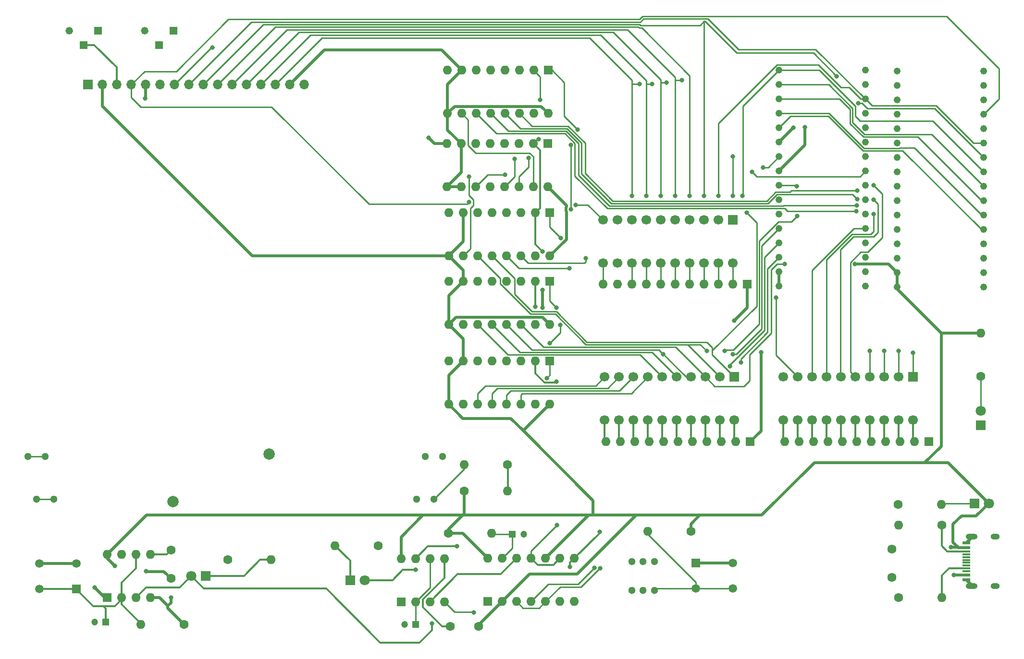
<source format=gtl>
%TF.GenerationSoftware,KiCad,Pcbnew,7.0.10*%
%TF.CreationDate,2024-03-06T21:26:23-08:00*%
%TF.ProjectId,cpu,6370752e-6b69-4636-9164-5f7063625858,1.0*%
%TF.SameCoordinates,Original*%
%TF.FileFunction,Copper,L1,Top*%
%TF.FilePolarity,Positive*%
%FSLAX46Y46*%
G04 Gerber Fmt 4.6, Leading zero omitted, Abs format (unit mm)*
G04 Created by KiCad (PCBNEW 7.0.10) date 2024-03-06 21:26:23*
%MOMM*%
%LPD*%
G01*
G04 APERTURE LIST*
%TA.AperFunction,ComponentPad*%
%ADD10C,1.300000*%
%TD*%
%TA.AperFunction,ComponentPad*%
%ADD11R,1.600000X1.600000*%
%TD*%
%TA.AperFunction,ComponentPad*%
%ADD12O,1.600000X1.600000*%
%TD*%
%TA.AperFunction,ComponentPad*%
%ADD13C,1.600000*%
%TD*%
%TA.AperFunction,ComponentPad*%
%ADD14C,1.320800*%
%TD*%
%TA.AperFunction,ComponentPad*%
%ADD15R,1.320800X1.320800*%
%TD*%
%TA.AperFunction,ComponentPad*%
%ADD16C,1.244600*%
%TD*%
%TA.AperFunction,ComponentPad*%
%ADD17R,1.700000X1.700000*%
%TD*%
%TA.AperFunction,ComponentPad*%
%ADD18C,1.700000*%
%TD*%
%TA.AperFunction,ComponentPad*%
%ADD19R,1.800000X1.800000*%
%TD*%
%TA.AperFunction,ComponentPad*%
%ADD20C,1.800000*%
%TD*%
%TA.AperFunction,ComponentPad*%
%ADD21R,1.200000X1.200000*%
%TD*%
%TA.AperFunction,ComponentPad*%
%ADD22C,1.200000*%
%TD*%
%TA.AperFunction,ComponentPad*%
%ADD23R,1.508000X1.508000*%
%TD*%
%TA.AperFunction,ComponentPad*%
%ADD24C,1.508000*%
%TD*%
%TA.AperFunction,ComponentPad*%
%ADD25O,1.700000X1.700000*%
%TD*%
%TA.AperFunction,SMDPad,CuDef*%
%ADD26R,1.450000X0.600000*%
%TD*%
%TA.AperFunction,SMDPad,CuDef*%
%ADD27R,1.450000X0.300000*%
%TD*%
%TA.AperFunction,ComponentPad*%
%ADD28O,2.100000X1.000000*%
%TD*%
%TA.AperFunction,ComponentPad*%
%ADD29O,1.600000X1.000000*%
%TD*%
%TA.AperFunction,ComponentPad*%
%ADD30C,2.000000*%
%TD*%
%TA.AperFunction,ViaPad*%
%ADD31C,0.800000*%
%TD*%
%TA.AperFunction,Conductor*%
%ADD32C,0.300000*%
%TD*%
%TA.AperFunction,Conductor*%
%ADD33C,0.500000*%
%TD*%
%TA.AperFunction,Conductor*%
%ADD34C,0.250000*%
%TD*%
G04 APERTURE END LIST*
D10*
%TO.P,SW1,1,NC_1*%
%TO.N,unconnected-(SW1-NC_1-Pad1)*%
X154390000Y-130430000D03*
%TO.P,SW1,2,COM_1*%
%TO.N,Net-(SW1-COM_1)*%
X156390000Y-130430000D03*
%TO.P,SW1,3,NO_1*%
%TO.N,Net-(SW1-NO_1)*%
X158390000Y-130430000D03*
%TO.P,SW1,4,NC_2*%
%TO.N,unconnected-(SW1-NC_2-Pad4)*%
X154390000Y-125430000D03*
%TO.P,SW1,5,COM_2*%
%TO.N,unconnected-(SW1-COM_2-Pad5)*%
X156390000Y-125430000D03*
%TO.P,SW1,6,NO_2*%
%TO.N,unconnected-(SW1-NO_2-Pad6)*%
X158390000Y-125430000D03*
%TD*%
D11*
%TO.P,U8,1,~{MR}*%
%TO.N,/Clock/~{RST}*%
X139954000Y-90043000D03*
D12*
%TO.P,U8,2,CP*%
%TO.N,/Clock/CLK*%
X137414000Y-90043000D03*
%TO.P,U8,3,D0*%
%TO.N,unconnected-(U8-D0-Pad3)*%
X134874000Y-90043000D03*
%TO.P,U8,4,D1*%
%TO.N,unconnected-(U8-D1-Pad4)*%
X132334000Y-90043000D03*
%TO.P,U8,5,D2*%
%TO.N,unconnected-(U8-D2-Pad5)*%
X129794000Y-90043000D03*
%TO.P,U8,6,D3*%
%TO.N,unconnected-(U8-D3-Pad6)*%
X127254000Y-90043000D03*
%TO.P,U8,7,CEP*%
%TO.N,+5V*%
X124714000Y-90043000D03*
%TO.P,U8,8,GND*%
%TO.N,GND*%
X122174000Y-90043000D03*
%TO.P,U8,9,~{PE}*%
%TO.N,+5V*%
X122174000Y-97663000D03*
%TO.P,U8,10,CET*%
%TO.N,Net-(U7-TC)*%
X124714000Y-97663000D03*
%TO.P,U8,11,Q3*%
%TO.N,Net-(U8-Q3)*%
X127254000Y-97663000D03*
%TO.P,U8,12,Q2*%
%TO.N,/Counter & Bar Graph/OUT_18*%
X129794000Y-97663000D03*
%TO.P,U8,13,Q1*%
%TO.N,/Counter & Bar Graph/OUT_17*%
X132334000Y-97663000D03*
%TO.P,U8,14,Q0*%
%TO.N,/Counter & Bar Graph/OUT_16*%
X134874000Y-97663000D03*
%TO.P,U8,15,TC*%
%TO.N,/Clock/HALT*%
X137414000Y-97663000D03*
%TO.P,U8,16,VCC*%
%TO.N,+5V*%
X139954000Y-97663000D03*
%TD*%
D13*
%TO.P,R5,1*%
%TO.N,Net-(U3-DIS)*%
X132486400Y-108254800D03*
D12*
%TO.P,R5,2*%
%TO.N,Net-(R5-Pad2)*%
X124866400Y-108254800D03*
%TD*%
D11*
%TO.P,U6,1,~{MR}*%
%TO.N,/Clock/~{RST}*%
X139954000Y-63881000D03*
D12*
%TO.P,U6,2,CP*%
%TO.N,/Clock/CLK*%
X137414000Y-63881000D03*
%TO.P,U6,3,D0*%
%TO.N,unconnected-(U6-D0-Pad3)*%
X134874000Y-63881000D03*
%TO.P,U6,4,D1*%
%TO.N,unconnected-(U6-D1-Pad4)*%
X132334000Y-63881000D03*
%TO.P,U6,5,D2*%
%TO.N,unconnected-(U6-D2-Pad5)*%
X129794000Y-63881000D03*
%TO.P,U6,6,D3*%
%TO.N,unconnected-(U6-D3-Pad6)*%
X127254000Y-63881000D03*
%TO.P,U6,7,CEP*%
%TO.N,+5V*%
X124714000Y-63881000D03*
%TO.P,U6,8,GND*%
%TO.N,GND*%
X122174000Y-63881000D03*
%TO.P,U6,9,~{PE}*%
%TO.N,+5V*%
X122174000Y-71501000D03*
%TO.P,U6,10,CET*%
%TO.N,Net-(U4-TC)*%
X124714000Y-71501000D03*
%TO.P,U6,11,Q3*%
%TO.N,/Counter & Bar Graph/OUT_11*%
X127254000Y-71501000D03*
%TO.P,U6,12,Q2*%
%TO.N,/Counter & Bar Graph/OUT_10*%
X129794000Y-71501000D03*
%TO.P,U6,13,Q1*%
%TO.N,/Counter & Bar Graph/OUT_09*%
X132334000Y-71501000D03*
%TO.P,U6,14,Q0*%
%TO.N,/Counter & Bar Graph/OUT_08*%
X134874000Y-71501000D03*
%TO.P,U6,15,TC*%
%TO.N,Net-(U6-TC)*%
X137414000Y-71501000D03*
%TO.P,U6,16,VCC*%
%TO.N,+5V*%
X139954000Y-71501000D03*
%TD*%
D13*
%TO.P,R3,1*%
%TO.N,+5V*%
X164840000Y-120050000D03*
D12*
%TO.P,R3,2*%
%TO.N,Net-(SW1-NO_1)*%
X157220000Y-120050000D03*
%TD*%
D14*
%TO.P,RV2,1,1*%
%TO.N,unconnected-(RV2-Pad1)*%
X55245000Y-31750000D03*
D15*
%TO.P,RV2,2,2*%
%TO.N,/LCD Display & Logic/V0*%
X57785000Y-34290000D03*
%TO.P,RV2,3,3*%
%TO.N,GND*%
X60325000Y-31750000D03*
%TD*%
D13*
%TO.P,R8,1*%
%TO.N,+5V*%
X122080000Y-120430000D03*
D12*
%TO.P,R8,2*%
%TO.N,Net-(C5-Pad1)*%
X129700000Y-120430000D03*
%TD*%
D16*
%TO.P,U10,1,A18*%
%TO.N,GND*%
X216408000Y-76962000D03*
%TO.P,U10,2,A16*%
X216408000Y-74422000D03*
%TO.P,U10,3,A15*%
X216408000Y-71882000D03*
%TO.P,U10,4,A12*%
X216408000Y-69342000D03*
%TO.P,U10,5,A7*%
%TO.N,/LCD Display & Logic/D7*%
X216408000Y-66802000D03*
%TO.P,U10,6,A6*%
%TO.N,/LCD Display & Logic/D6*%
X216408000Y-64262000D03*
%TO.P,U10,7,A5*%
%TO.N,/LCD Display & Logic/D5*%
X216408000Y-61722000D03*
%TO.P,U10,8,A4*%
%TO.N,/LCD Display & Logic/D4*%
X216408000Y-59182000D03*
%TO.P,U10,9,A3*%
%TO.N,/LCD Display & Logic/D3*%
X216408000Y-56642000D03*
%TO.P,U10,10,A2*%
%TO.N,/LCD Display & Logic/D2*%
X216408000Y-54102000D03*
%TO.P,U10,11,A1*%
%TO.N,/LCD Display & Logic/D1*%
X216408000Y-51562000D03*
%TO.P,U10,12,A0*%
%TO.N,/LCD Display & Logic/D0*%
X216408000Y-49022000D03*
%TO.P,U10,13,DQ0*%
%TO.N,/LCD Display & Logic/RS*%
X216408000Y-46482000D03*
%TO.P,U10,14,DQ1*%
%TO.N,unconnected-(U10-DQ1-Pad14)*%
X216408000Y-43942000D03*
%TO.P,U10,15,DQ2*%
%TO.N,unconnected-(U10-DQ2-Pad15)*%
X216408000Y-41402000D03*
%TO.P,U10,16,VSS*%
%TO.N,GND*%
X216408000Y-38862000D03*
%TO.P,U10,17,DQ3*%
%TO.N,unconnected-(U10-DQ3-Pad17)*%
X201168000Y-38862000D03*
%TO.P,U10,18,DQ4*%
%TO.N,unconnected-(U10-DQ4-Pad18)*%
X201168000Y-41402000D03*
%TO.P,U10,19,DQ5*%
%TO.N,unconnected-(U10-DQ5-Pad19)*%
X201168000Y-43942000D03*
%TO.P,U10,20,DQ6*%
%TO.N,unconnected-(U10-DQ6-Pad20)*%
X201168000Y-46482000D03*
%TO.P,U10,21,DQ7*%
%TO.N,unconnected-(U10-DQ7-Pad21)*%
X201168000Y-49022000D03*
%TO.P,U10,22,\u002ACE*%
%TO.N,GND*%
X201168000Y-51562000D03*
%TO.P,U10,23,A10*%
X201168000Y-54102000D03*
%TO.P,U10,24,\u002AOE*%
X201168000Y-56642000D03*
%TO.P,U10,25,A11*%
X201168000Y-59182000D03*
%TO.P,U10,26,A9*%
X201168000Y-61722000D03*
%TO.P,U10,27,A8*%
X201168000Y-64262000D03*
%TO.P,U10,28,A13*%
X201168000Y-66802000D03*
%TO.P,U10,29,A14*%
X201168000Y-69342000D03*
%TO.P,U10,30,A17*%
X201168000Y-71882000D03*
%TO.P,U10,31,\u002AWE*%
%TO.N,+5V*%
X201168000Y-74422000D03*
%TO.P,U10,32,VDD*%
X201168000Y-76962000D03*
%TD*%
D13*
%TO.P,R2,1*%
%TO.N,GND*%
X83185000Y-125095000D03*
D12*
%TO.P,R2,2*%
%TO.N,Net-(D1-K)*%
X90805000Y-125095000D03*
%TD*%
D11*
%TO.P,RN3,1,common*%
%TO.N,GND*%
X174752000Y-76454000D03*
D12*
%TO.P,RN3,2,R1*%
%TO.N,Net-(RN3-R1)*%
X172212000Y-76454000D03*
%TO.P,RN3,3,R2*%
%TO.N,Net-(RN3-R2)*%
X169672000Y-76454000D03*
%TO.P,RN3,4,R3*%
%TO.N,Net-(RN3-R3)*%
X167132000Y-76454000D03*
%TO.P,RN3,5,R4*%
%TO.N,Net-(RN3-R4)*%
X164592000Y-76454000D03*
%TO.P,RN3,6,R5*%
%TO.N,Net-(RN3-R5)*%
X162052000Y-76454000D03*
%TO.P,RN3,7,R6*%
%TO.N,Net-(RN3-R6)*%
X159512000Y-76454000D03*
%TO.P,RN3,8,R7*%
%TO.N,Net-(RN3-R7)*%
X156972000Y-76454000D03*
%TO.P,RN3,9,R8*%
%TO.N,Net-(RN3-R8)*%
X154432000Y-76454000D03*
%TO.P,RN3,10,R9*%
%TO.N,unconnected-(RN3-R9-Pad10)*%
X151892000Y-76454000D03*
%TO.P,RN3,11,R10*%
%TO.N,Net-(RN3-R10)*%
X149352000Y-76454000D03*
%TD*%
D11*
%TO.P,U2,1*%
%TO.N,Net-(D1-A)*%
X129032000Y-132461000D03*
D12*
%TO.P,U2,2*%
%TO.N,+5V*%
X131572000Y-132461000D03*
%TO.P,U2,3*%
%TO.N,/Clock/~{RST}*%
X134112000Y-132461000D03*
%TO.P,U2,4*%
%TO.N,/Clock/HALT*%
X136652000Y-132461000D03*
%TO.P,U2,5*%
%TO.N,/Clock/~{RST}*%
X139192000Y-132461000D03*
%TO.P,U2,6*%
%TO.N,Net-(D2-K)*%
X141732000Y-132461000D03*
%TO.P,U2,7,GND*%
%TO.N,GND*%
X144272000Y-132461000D03*
%TO.P,U2,8*%
%TO.N,/Clock/CLK*%
X144272000Y-124841000D03*
%TO.P,U2,9*%
%TO.N,/Clock/~{CLK}*%
X141732000Y-124841000D03*
%TO.P,U2,10*%
%TO.N,+5V*%
X139192000Y-124841000D03*
%TO.P,U2,11*%
%TO.N,/Clock/~{CLK}*%
X136652000Y-124841000D03*
%TO.P,U2,12*%
%TO.N,Net-(U3-Q)*%
X134112000Y-124841000D03*
%TO.P,U2,13*%
%TO.N,Net-(C5-Pad1)*%
X131572000Y-124841000D03*
%TO.P,U2,14,VCC*%
%TO.N,+5V*%
X129032000Y-124841000D03*
%TD*%
D17*
%TO.P,D4,1*%
%TO.N,/Counter & Bar Graph/OUT_10*%
X172466000Y-92837000D03*
D18*
%TO.P,D4,2*%
%TO.N,/Counter & Bar Graph/OUT_11*%
X169926000Y-92837000D03*
%TO.P,D4,3*%
%TO.N,/Counter & Bar Graph/OUT_12*%
X167386000Y-92837000D03*
%TO.P,D4,4*%
%TO.N,/Counter & Bar Graph/OUT_13*%
X164846000Y-92837000D03*
%TO.P,D4,5*%
%TO.N,/Counter & Bar Graph/OUT_14*%
X162306000Y-92837000D03*
%TO.P,D4,6*%
%TO.N,/Counter & Bar Graph/OUT_15*%
X159766000Y-92837000D03*
%TO.P,D4,7*%
%TO.N,/Counter & Bar Graph/OUT_16*%
X157226000Y-92837000D03*
%TO.P,D4,8*%
%TO.N,/Counter & Bar Graph/OUT_17*%
X154686000Y-92837000D03*
%TO.P,D4,9*%
%TO.N,/Counter & Bar Graph/OUT_18*%
X152146000Y-92837000D03*
%TO.P,D4,10*%
%TO.N,Net-(U8-Q3)*%
X149606000Y-92837000D03*
%TO.P,D4,11*%
%TO.N,Net-(RN1-R10)*%
X149606000Y-100457000D03*
%TO.P,D4,12*%
%TO.N,Net-(RN1-R9)*%
X152146000Y-100457000D03*
%TO.P,D4,13*%
%TO.N,Net-(RN1-R8)*%
X154686000Y-100457000D03*
%TO.P,D4,14*%
%TO.N,Net-(RN1-R7)*%
X157226000Y-100457000D03*
%TO.P,D4,15*%
%TO.N,Net-(RN1-R6)*%
X159766000Y-100457000D03*
%TO.P,D4,16*%
%TO.N,Net-(RN1-R5)*%
X162306000Y-100457000D03*
%TO.P,D4,17*%
%TO.N,Net-(RN1-R4)*%
X164846000Y-100457000D03*
%TO.P,D4,18*%
%TO.N,Net-(RN1-R3)*%
X167386000Y-100457000D03*
%TO.P,D4,19*%
%TO.N,Net-(RN1-R2)*%
X169926000Y-100457000D03*
%TO.P,D4,20*%
%TO.N,Net-(RN1-R1)*%
X172466000Y-100457000D03*
%TD*%
D13*
%TO.P,R10,1*%
%TO.N,Net-(J2-PadB5)*%
X209000000Y-118930000D03*
D12*
%TO.P,R10,2*%
%TO.N,GND*%
X201380000Y-118930000D03*
%TD*%
D19*
%TO.P,D1,1,K*%
%TO.N,Net-(D1-K)*%
X79300000Y-127935000D03*
D20*
%TO.P,D1,2,A*%
%TO.N,Net-(D1-A)*%
X76760000Y-127935000D03*
%TD*%
D11*
%TO.P,U4,1,~{MR}*%
%TO.N,/Clock/~{RST}*%
X139700000Y-38735000D03*
D12*
%TO.P,U4,2,CP*%
%TO.N,/Clock/CLK*%
X137160000Y-38735000D03*
%TO.P,U4,3,D0*%
%TO.N,unconnected-(U4-D0-Pad3)*%
X134620000Y-38735000D03*
%TO.P,U4,4,D1*%
%TO.N,unconnected-(U4-D1-Pad4)*%
X132080000Y-38735000D03*
%TO.P,U4,5,D2*%
%TO.N,unconnected-(U4-D2-Pad5)*%
X129540000Y-38735000D03*
%TO.P,U4,6,D3*%
%TO.N,unconnected-(U4-D3-Pad6)*%
X127000000Y-38735000D03*
%TO.P,U4,7,CEP*%
%TO.N,+5V*%
X124460000Y-38735000D03*
%TO.P,U4,8,GND*%
%TO.N,GND*%
X121920000Y-38735000D03*
%TO.P,U4,9,~{PE}*%
%TO.N,+5V*%
X121920000Y-46355000D03*
%TO.P,U4,10,CET*%
%TO.N,Net-(U4-CET)*%
X124460000Y-46355000D03*
%TO.P,U4,11,Q3*%
%TO.N,/Counter & Bar Graph/OUT_07*%
X127000000Y-46355000D03*
%TO.P,U4,12,Q2*%
%TO.N,/Counter & Bar Graph/OUT_06*%
X129540000Y-46355000D03*
%TO.P,U4,13,Q1*%
%TO.N,/Counter & Bar Graph/OUT_05*%
X132080000Y-46355000D03*
%TO.P,U4,14,Q0*%
%TO.N,/Counter & Bar Graph/OUT_04*%
X134620000Y-46355000D03*
%TO.P,U4,15,TC*%
%TO.N,Net-(U4-TC)*%
X137160000Y-46355000D03*
%TO.P,U4,16,VCC*%
%TO.N,+5V*%
X139700000Y-46355000D03*
%TD*%
D19*
%TO.P,D2,1,K*%
%TO.N,Net-(D2-K)*%
X215900000Y-101351000D03*
D20*
%TO.P,D2,2,A*%
%TO.N,Net-(D2-A)*%
X215900000Y-98811000D03*
%TD*%
D13*
%TO.P,R11,1*%
%TO.N,GND*%
X201450000Y-131720000D03*
D12*
%TO.P,R11,2*%
%TO.N,Net-(J2-PadA5)*%
X209070000Y-131720000D03*
%TD*%
D11*
%TO.P,U1,1,GND*%
%TO.N,GND*%
X61976000Y-131735000D03*
D12*
%TO.P,U1,2,TR*%
%TO.N,Net-(U1-THR)*%
X64516000Y-131735000D03*
%TO.P,U1,3,Q*%
%TO.N,Net-(D1-A)*%
X67056000Y-131735000D03*
%TO.P,U1,4,R*%
%TO.N,+5V*%
X69596000Y-131735000D03*
%TO.P,U1,5,CV*%
%TO.N,Net-(U1-CV)*%
X69596000Y-124115000D03*
%TO.P,U1,6,THR*%
%TO.N,Net-(U1-THR)*%
X67056000Y-124115000D03*
%TO.P,U1,7,DIS*%
%TO.N,unconnected-(U1-DIS-Pad7)*%
X64516000Y-124115000D03*
%TO.P,U1,8,VCC*%
%TO.N,+5V*%
X61976000Y-124115000D03*
%TD*%
D13*
%TO.P,R7,1*%
%TO.N,Net-(D2-A)*%
X215900000Y-92710000D03*
D12*
%TO.P,R7,2*%
%TO.N,+5V*%
X215900000Y-85090000D03*
%TD*%
D11*
%TO.P,U7,1,~{MR}*%
%TO.N,/Clock/~{RST}*%
X139954000Y-75946000D03*
D12*
%TO.P,U7,2,CP*%
%TO.N,/Clock/CLK*%
X137414000Y-75946000D03*
%TO.P,U7,3,D0*%
%TO.N,unconnected-(U7-D0-Pad3)*%
X134874000Y-75946000D03*
%TO.P,U7,4,D1*%
%TO.N,unconnected-(U7-D1-Pad4)*%
X132334000Y-75946000D03*
%TO.P,U7,5,D2*%
%TO.N,unconnected-(U7-D2-Pad5)*%
X129794000Y-75946000D03*
%TO.P,U7,6,D3*%
%TO.N,unconnected-(U7-D3-Pad6)*%
X127254000Y-75946000D03*
%TO.P,U7,7,CEP*%
%TO.N,+5V*%
X124714000Y-75946000D03*
%TO.P,U7,8,GND*%
%TO.N,GND*%
X122174000Y-75946000D03*
%TO.P,U7,9,~{PE}*%
%TO.N,+5V*%
X122174000Y-83566000D03*
%TO.P,U7,10,CET*%
%TO.N,Net-(U6-TC)*%
X124714000Y-83566000D03*
%TO.P,U7,11,Q3*%
%TO.N,/Counter & Bar Graph/OUT_15*%
X127254000Y-83566000D03*
%TO.P,U7,12,Q2*%
%TO.N,/Counter & Bar Graph/OUT_14*%
X129794000Y-83566000D03*
%TO.P,U7,13,Q1*%
%TO.N,/Counter & Bar Graph/OUT_13*%
X132334000Y-83566000D03*
%TO.P,U7,14,Q0*%
%TO.N,/Counter & Bar Graph/OUT_12*%
X134874000Y-83566000D03*
%TO.P,U7,15,TC*%
%TO.N,Net-(U7-TC)*%
X137414000Y-83566000D03*
%TO.P,U7,16,VCC*%
%TO.N,+5V*%
X139954000Y-83566000D03*
%TD*%
D11*
%TO.P,RN2,1,common*%
%TO.N,GND*%
X206742000Y-104267000D03*
D12*
%TO.P,RN2,2,R1*%
%TO.N,Net-(RN2-R1)*%
X204202000Y-104267000D03*
%TO.P,RN2,3,R2*%
%TO.N,Net-(RN2-R2)*%
X201662000Y-104267000D03*
%TO.P,RN2,4,R3*%
%TO.N,Net-(RN2-R3)*%
X199122000Y-104267000D03*
%TO.P,RN2,5,R4*%
%TO.N,Net-(RN2-R4)*%
X196582000Y-104267000D03*
%TO.P,RN2,6,R5*%
%TO.N,Net-(RN2-R5)*%
X194042000Y-104267000D03*
%TO.P,RN2,7,R6*%
%TO.N,Net-(RN2-R6)*%
X191502000Y-104267000D03*
%TO.P,RN2,8,R7*%
%TO.N,Net-(RN2-R7)*%
X188962000Y-104267000D03*
%TO.P,RN2,9,R8*%
%TO.N,Net-(RN2-R8)*%
X186422000Y-104267000D03*
%TO.P,RN2,10,R9*%
%TO.N,Net-(RN2-R9)*%
X183882000Y-104267000D03*
%TO.P,RN2,11,R10*%
%TO.N,Net-(RN2-R10)*%
X181342000Y-104267000D03*
%TD*%
D21*
%TO.P,C3,1*%
%TO.N,Net-(SW1-COM_1)*%
X116332000Y-136525000D03*
D22*
%TO.P,C3,2*%
%TO.N,GND*%
X114332000Y-136525000D03*
%TD*%
D13*
%TO.P,R1,1*%
%TO.N,+5V*%
X75490000Y-136480000D03*
D12*
%TO.P,R1,2*%
%TO.N,Net-(U1-THR)*%
X67870000Y-136480000D03*
%TD*%
D23*
%TO.P,S1,1*%
%TO.N,Net-(U1-THR)*%
X56550000Y-130230000D03*
D24*
%TO.P,S1,2*%
X50050000Y-130230000D03*
%TO.P,S1,3*%
%TO.N,GND*%
X56550000Y-125730000D03*
%TO.P,S1,4*%
X50050000Y-125730000D03*
%TD*%
D17*
%TO.P,D5,1*%
%TO.N,/Counter & Bar Graph/OUT_00*%
X203962000Y-92837000D03*
D18*
%TO.P,D5,2*%
%TO.N,/Counter & Bar Graph/OUT_01*%
X201422000Y-92837000D03*
%TO.P,D5,3*%
%TO.N,/Counter & Bar Graph/OUT_02*%
X198882000Y-92837000D03*
%TO.P,D5,4*%
%TO.N,/Counter & Bar Graph/OUT_03*%
X196342000Y-92837000D03*
%TO.P,D5,5*%
%TO.N,/Counter & Bar Graph/OUT_04*%
X193802000Y-92837000D03*
%TO.P,D5,6*%
%TO.N,/Counter & Bar Graph/OUT_05*%
X191262000Y-92837000D03*
%TO.P,D5,7*%
%TO.N,/Counter & Bar Graph/OUT_06*%
X188722000Y-92837000D03*
%TO.P,D5,8*%
%TO.N,/Counter & Bar Graph/OUT_07*%
X186182000Y-92837000D03*
%TO.P,D5,9*%
%TO.N,/Counter & Bar Graph/OUT_08*%
X183642000Y-92837000D03*
%TO.P,D5,10*%
%TO.N,/Counter & Bar Graph/OUT_09*%
X181102000Y-92837000D03*
%TO.P,D5,11*%
%TO.N,Net-(RN2-R10)*%
X181102000Y-100457000D03*
%TO.P,D5,12*%
%TO.N,Net-(RN2-R9)*%
X183642000Y-100457000D03*
%TO.P,D5,13*%
%TO.N,Net-(RN2-R8)*%
X186182000Y-100457000D03*
%TO.P,D5,14*%
%TO.N,Net-(RN2-R7)*%
X188722000Y-100457000D03*
%TO.P,D5,15*%
%TO.N,Net-(RN2-R6)*%
X191262000Y-100457000D03*
%TO.P,D5,16*%
%TO.N,Net-(RN2-R5)*%
X193802000Y-100457000D03*
%TO.P,D5,17*%
%TO.N,Net-(RN2-R4)*%
X196342000Y-100457000D03*
%TO.P,D5,18*%
%TO.N,Net-(RN2-R3)*%
X198882000Y-100457000D03*
%TO.P,D5,19*%
%TO.N,Net-(RN2-R2)*%
X201422000Y-100457000D03*
%TO.P,D5,20*%
%TO.N,Net-(RN2-R1)*%
X203962000Y-100457000D03*
%TD*%
D13*
%TO.P,C2,1*%
%TO.N,Net-(U1-CV)*%
X73210000Y-123380000D03*
%TO.P,C2,2*%
%TO.N,+5V*%
X73210000Y-128380000D03*
%TD*%
%TO.P,R6,1*%
%TO.N,GND*%
X201360000Y-115290000D03*
D12*
%TO.P,R6,2*%
%TO.N,Net-(D7-K)*%
X208980000Y-115290000D03*
%TD*%
D13*
%TO.P,R4,1*%
%TO.N,+5V*%
X124870000Y-112950000D03*
D12*
%TO.P,R4,2*%
%TO.N,Net-(U3-DIS)*%
X132490000Y-112950000D03*
%TD*%
D13*
%TO.P,R9,1*%
%TO.N,GND*%
X109733000Y-122565000D03*
D12*
%TO.P,R9,2*%
%TO.N,Net-(D3-K)*%
X102113000Y-122565000D03*
%TD*%
D17*
%TO.P,J1,1,Pin_1*%
%TO.N,GND*%
X58547000Y-41275000D03*
D25*
%TO.P,J1,2,Pin_2*%
%TO.N,+5V*%
X61087000Y-41275000D03*
%TO.P,J1,3,Pin_3*%
%TO.N,/LCD Display & Logic/V0*%
X63627000Y-41275000D03*
%TO.P,J1,4,Pin_4*%
%TO.N,/LCD Display & Logic/RS*%
X66167000Y-41275000D03*
%TO.P,J1,5,Pin_5*%
%TO.N,GND*%
X68707000Y-41275000D03*
%TO.P,J1,6,Pin_6*%
%TO.N,/Clock/~{CLK}*%
X71247000Y-41275000D03*
%TO.P,J1,7,Pin_7*%
%TO.N,/LCD Display & Logic/D0*%
X73787000Y-41275000D03*
%TO.P,J1,8,Pin_8*%
%TO.N,/LCD Display & Logic/D1*%
X76327000Y-41275000D03*
%TO.P,J1,9,Pin_9*%
%TO.N,/LCD Display & Logic/D2*%
X78867000Y-41275000D03*
%TO.P,J1,10,Pin_10*%
%TO.N,/LCD Display & Logic/D3*%
X81407000Y-41275000D03*
%TO.P,J1,11,Pin_11*%
%TO.N,/LCD Display & Logic/D4*%
X83947000Y-41275000D03*
%TO.P,J1,12,Pin_12*%
%TO.N,/LCD Display & Logic/D5*%
X86487000Y-41275000D03*
%TO.P,J1,13,Pin_13*%
%TO.N,/LCD Display & Logic/D6*%
X89027000Y-41275000D03*
%TO.P,J1,14,Pin_14*%
%TO.N,/LCD Display & Logic/D7*%
X91567000Y-41275000D03*
%TO.P,J1,15,Pin_15*%
%TO.N,+5V*%
X94107000Y-41275000D03*
%TO.P,J1,16,Pin_16*%
%TO.N,/LCD Display & Logic/BLK*%
X96647000Y-41275000D03*
%TD*%
D13*
%TO.P,C6,1*%
%TO.N,+5V*%
X200253600Y-123190000D03*
%TO.P,C6,2*%
%TO.N,GND*%
X200253600Y-128190000D03*
%TD*%
D19*
%TO.P,D3,1,K*%
%TO.N,Net-(D3-K)*%
X104775000Y-128661000D03*
D20*
%TO.P,D3,2,A*%
%TO.N,/Clock/CLK*%
X107315000Y-128661000D03*
%TD*%
D14*
%TO.P,RV3,1,1*%
%TO.N,unconnected-(RV3-Pad1)*%
X68580000Y-31714616D03*
D15*
%TO.P,RV3,2,2*%
%TO.N,/LCD Display & Logic/BLK*%
X71120000Y-34254616D03*
%TO.P,RV3,3,3*%
%TO.N,GND*%
X73660000Y-31714616D03*
%TD*%
D13*
%TO.P,C4,1*%
%TO.N,Net-(U3-CV)*%
X122440000Y-136840000D03*
%TO.P,C4,2*%
%TO.N,+5V*%
X127440000Y-136840000D03*
%TD*%
D19*
%TO.P,D7,1,K*%
%TO.N,Net-(D7-K)*%
X214765600Y-115114400D03*
D20*
%TO.P,D7,2,A*%
%TO.N,+5V*%
X217305600Y-115114400D03*
%TD*%
D11*
%TO.P,RN1,1,common*%
%TO.N,GND*%
X175260000Y-104267000D03*
D12*
%TO.P,RN1,2,R1*%
%TO.N,Net-(RN1-R1)*%
X172720000Y-104267000D03*
%TO.P,RN1,3,R2*%
%TO.N,Net-(RN1-R2)*%
X170180000Y-104267000D03*
%TO.P,RN1,4,R3*%
%TO.N,Net-(RN1-R3)*%
X167640000Y-104267000D03*
%TO.P,RN1,5,R4*%
%TO.N,Net-(RN1-R4)*%
X165100000Y-104267000D03*
%TO.P,RN1,6,R5*%
%TO.N,Net-(RN1-R5)*%
X162560000Y-104267000D03*
%TO.P,RN1,7,R6*%
%TO.N,Net-(RN1-R6)*%
X160020000Y-104267000D03*
%TO.P,RN1,8,R7*%
%TO.N,Net-(RN1-R7)*%
X157480000Y-104267000D03*
%TO.P,RN1,9,R8*%
%TO.N,Net-(RN1-R8)*%
X154940000Y-104267000D03*
%TO.P,RN1,10,R9*%
%TO.N,Net-(RN1-R9)*%
X152400000Y-104267000D03*
%TO.P,RN1,11,R10*%
%TO.N,Net-(RN1-R10)*%
X149860000Y-104267000D03*
%TD*%
D21*
%TO.P,C5,1*%
%TO.N,Net-(C5-Pad1)*%
X133355000Y-120533000D03*
D22*
%TO.P,C5,2*%
%TO.N,GND*%
X135355000Y-120533000D03*
%TD*%
D11*
%TO.P,U3,1,GND*%
%TO.N,GND*%
X113745000Y-132471000D03*
D12*
%TO.P,U3,2,TR*%
%TO.N,Net-(SW1-COM_1)*%
X116285000Y-132471000D03*
%TO.P,U3,3,Q*%
%TO.N,Net-(U3-Q)*%
X118825000Y-132471000D03*
%TO.P,U3,4,R*%
%TO.N,Net-(D2-K)*%
X121365000Y-132471000D03*
%TO.P,U3,5,CV*%
%TO.N,Net-(U3-CV)*%
X121365000Y-124851000D03*
%TO.P,U3,6,THR*%
%TO.N,Net-(SW1-COM_1)*%
X118825000Y-124851000D03*
%TO.P,U3,7,DIS*%
%TO.N,Net-(U3-DIS)*%
X116285000Y-124851000D03*
%TO.P,U3,8,VCC*%
%TO.N,+5V*%
X113745000Y-124851000D03*
%TD*%
D17*
%TO.P,D6,1*%
%TO.N,/LCD Display & Logic/D0*%
X172212000Y-65151000D03*
D18*
%TO.P,D6,2*%
%TO.N,/LCD Display & Logic/D1*%
X169672000Y-65151000D03*
%TO.P,D6,3*%
%TO.N,/LCD Display & Logic/D2*%
X167132000Y-65151000D03*
%TO.P,D6,4*%
%TO.N,/LCD Display & Logic/D3*%
X164592000Y-65151000D03*
%TO.P,D6,5*%
%TO.N,/LCD Display & Logic/D4*%
X162052000Y-65151000D03*
%TO.P,D6,6*%
%TO.N,/LCD Display & Logic/D5*%
X159512000Y-65151000D03*
%TO.P,D6,7*%
%TO.N,/LCD Display & Logic/D6*%
X156972000Y-65151000D03*
%TO.P,D6,8*%
%TO.N,/LCD Display & Logic/D7*%
X154432000Y-65151000D03*
%TO.P,D6,9*%
%TO.N,unconnected-(D6-Pad9)*%
X151892000Y-65151000D03*
%TO.P,D6,10*%
%TO.N,/LCD Display & Logic/RS*%
X149352000Y-65151000D03*
%TO.P,D6,11*%
%TO.N,Net-(RN3-R10)*%
X149352000Y-72771000D03*
%TO.P,D6,12*%
%TO.N,unconnected-(D6-Pad12)*%
X151892000Y-72771000D03*
%TO.P,D6,13*%
%TO.N,Net-(RN3-R8)*%
X154432000Y-72771000D03*
%TO.P,D6,14*%
%TO.N,Net-(RN3-R7)*%
X156972000Y-72771000D03*
%TO.P,D6,15*%
%TO.N,Net-(RN3-R6)*%
X159512000Y-72771000D03*
%TO.P,D6,16*%
%TO.N,Net-(RN3-R5)*%
X162052000Y-72771000D03*
%TO.P,D6,17*%
%TO.N,Net-(RN3-R4)*%
X164592000Y-72771000D03*
%TO.P,D6,18*%
%TO.N,Net-(RN3-R3)*%
X167132000Y-72771000D03*
%TO.P,D6,19*%
%TO.N,Net-(RN3-R2)*%
X169672000Y-72771000D03*
%TO.P,D6,20*%
%TO.N,Net-(RN3-R1)*%
X172212000Y-72771000D03*
%TD*%
D23*
%TO.P,S2,1*%
%TO.N,GND*%
X165670000Y-125650000D03*
D24*
%TO.P,S2,2*%
X172170000Y-125650000D03*
%TO.P,S2,3*%
%TO.N,Net-(SW1-NO_1)*%
X165670000Y-130150000D03*
%TO.P,S2,4*%
X172170000Y-130150000D03*
%TD*%
D16*
%TO.P,U9,1,A18*%
%TO.N,/Counter & Bar Graph/OUT_18*%
X195580000Y-76835000D03*
%TO.P,U9,2,A16*%
%TO.N,/Counter & Bar Graph/OUT_16*%
X195580000Y-74295000D03*
%TO.P,U9,3,A15*%
%TO.N,/Counter & Bar Graph/OUT_15*%
X195580000Y-71755000D03*
%TO.P,U9,4,A12*%
%TO.N,/Counter & Bar Graph/OUT_12*%
X195580000Y-69215000D03*
%TO.P,U9,5,A7*%
%TO.N,/Counter & Bar Graph/OUT_07*%
X195580000Y-66675000D03*
%TO.P,U9,6,A6*%
%TO.N,/Counter & Bar Graph/OUT_06*%
X195580000Y-64135000D03*
%TO.P,U9,7,A5*%
%TO.N,/Counter & Bar Graph/OUT_05*%
X195580000Y-61595000D03*
%TO.P,U9,8,A4*%
%TO.N,/Counter & Bar Graph/OUT_04*%
X195580000Y-59055000D03*
%TO.P,U9,9,A3*%
%TO.N,/Counter & Bar Graph/OUT_03*%
X195580000Y-56515000D03*
%TO.P,U9,10,A2*%
%TO.N,/Counter & Bar Graph/OUT_02*%
X195580000Y-53975000D03*
%TO.P,U9,11,A1*%
%TO.N,/Counter & Bar Graph/OUT_01*%
X195580000Y-51435000D03*
%TO.P,U9,12,A0*%
%TO.N,/Counter & Bar Graph/OUT_00*%
X195580000Y-48895000D03*
%TO.P,U9,13,DQ0*%
%TO.N,/LCD Display & Logic/D0*%
X195580000Y-46355000D03*
%TO.P,U9,14,DQ1*%
%TO.N,/LCD Display & Logic/D1*%
X195580000Y-43815000D03*
%TO.P,U9,15,DQ2*%
%TO.N,/LCD Display & Logic/D2*%
X195580000Y-41275000D03*
%TO.P,U9,16,VSS*%
%TO.N,GND*%
X195580000Y-38735000D03*
%TO.P,U9,17,DQ3*%
%TO.N,/LCD Display & Logic/D3*%
X180340000Y-38735000D03*
%TO.P,U9,18,DQ4*%
%TO.N,/LCD Display & Logic/D4*%
X180340000Y-41275000D03*
%TO.P,U9,19,DQ5*%
%TO.N,/LCD Display & Logic/D5*%
X180340000Y-43815000D03*
%TO.P,U9,20,DQ6*%
%TO.N,/LCD Display & Logic/D6*%
X180340000Y-46355000D03*
%TO.P,U9,21,DQ7*%
%TO.N,/LCD Display & Logic/D7*%
X180340000Y-48895000D03*
%TO.P,U9,22,\u002ACE*%
%TO.N,GND*%
X180340000Y-51435000D03*
%TO.P,U9,23,A10*%
%TO.N,/Counter & Bar Graph/OUT_10*%
X180340000Y-53975000D03*
%TO.P,U9,24,\u002AOE*%
%TO.N,GND*%
X180340000Y-56515000D03*
%TO.P,U9,25,A11*%
%TO.N,/Counter & Bar Graph/OUT_11*%
X180340000Y-59055000D03*
%TO.P,U9,26,A9*%
%TO.N,/Counter & Bar Graph/OUT_09*%
X180340000Y-61595000D03*
%TO.P,U9,27,A8*%
%TO.N,/Counter & Bar Graph/OUT_08*%
X180340000Y-64135000D03*
%TO.P,U9,28,A13*%
%TO.N,/Counter & Bar Graph/OUT_13*%
X180340000Y-66675000D03*
%TO.P,U9,29,A14*%
%TO.N,/Counter & Bar Graph/OUT_14*%
X180340000Y-69215000D03*
%TO.P,U9,30,A17*%
%TO.N,/Counter & Bar Graph/OUT_17*%
X180340000Y-71755000D03*
%TO.P,U9,31,\u002AWE*%
%TO.N,+5V*%
X180340000Y-74295000D03*
%TO.P,U9,32,VDD*%
X180340000Y-76835000D03*
%TD*%
D26*
%TO.P,J2,A1*%
%TO.N,GND*%
X213345000Y-128601000D03*
%TO.P,J2,A4*%
%TO.N,+5V*%
X213345000Y-127801000D03*
D27*
%TO.P,J2,A5*%
%TO.N,Net-(J2-PadA5)*%
X213345000Y-126601000D03*
%TO.P,J2,A6*%
%TO.N,unconnected-(J2-PadA6)*%
X213345000Y-125601000D03*
%TO.P,J2,A7*%
%TO.N,unconnected-(J2-PadA7)*%
X213345000Y-125101000D03*
%TO.P,J2,A8*%
%TO.N,unconnected-(J2-PadA8)*%
X213345000Y-124101000D03*
D26*
%TO.P,J2,A9*%
%TO.N,+5V*%
X213345000Y-122901000D03*
%TO.P,J2,A12*%
%TO.N,GND*%
X213345000Y-122101000D03*
%TO.P,J2,B1*%
X213345000Y-122101000D03*
%TO.P,J2,B4*%
%TO.N,+5V*%
X213345000Y-122901000D03*
D27*
%TO.P,J2,B5*%
%TO.N,Net-(J2-PadB5)*%
X213345000Y-123601000D03*
%TO.P,J2,B6*%
%TO.N,unconnected-(J2-PadB6)*%
X213345000Y-124601000D03*
%TO.P,J2,B7*%
%TO.N,unconnected-(J2-PadB7)*%
X213345000Y-126101000D03*
%TO.P,J2,B8*%
%TO.N,unconnected-(J2-PadB8)*%
X213345000Y-127101000D03*
D26*
%TO.P,J2,B9*%
%TO.N,+5V*%
X213345000Y-127801000D03*
%TO.P,J2,B12*%
%TO.N,GND*%
X213345000Y-128601000D03*
D28*
%TO.P,J2,S1*%
X214260000Y-129671000D03*
D29*
X218440000Y-129671000D03*
D28*
X214260000Y-121031000D03*
D29*
X218440000Y-121031000D03*
%TD*%
D10*
%TO.P,RV1,1,1*%
%TO.N,unconnected-(RV1-Pad1)*%
X121031000Y-106863000D03*
%TO.P,RV1,2,2*%
%TO.N,unconnected-(RV1-Pad2)*%
X118031000Y-106863000D03*
%TO.P,RV1,3,3*%
%TO.N,unconnected-(RV1-Pad3)*%
X48031000Y-106863000D03*
X51031000Y-106863000D03*
%TO.P,RV1,4,4*%
%TO.N,Net-(R5-Pad2)*%
X119531000Y-114363000D03*
%TO.P,RV1,5,5*%
%TO.N,Net-(SW1-COM_1)*%
X116531000Y-114363000D03*
%TO.P,RV1,6,6*%
%TO.N,unconnected-(RV1-Pad6)*%
X49531000Y-114363000D03*
X52531000Y-114363000D03*
D30*
%TO.P,RV1,MH*%
%TO.N,N/C*%
X73531000Y-114813000D03*
X90531000Y-106413000D03*
%TD*%
D21*
%TO.P,C1,1*%
%TO.N,Net-(U1-THR)*%
X61722000Y-136053000D03*
D22*
%TO.P,C1,2*%
%TO.N,GND*%
X59722000Y-136053000D03*
%TD*%
D11*
%TO.P,U5,1,~{MR}*%
%TO.N,/Clock/~{RST}*%
X139573000Y-51689000D03*
D12*
%TO.P,U5,2,CP*%
%TO.N,/Clock/CLK*%
X137033000Y-51689000D03*
%TO.P,U5,3,D0*%
%TO.N,unconnected-(U5-D0-Pad3)*%
X134493000Y-51689000D03*
%TO.P,U5,4,D1*%
%TO.N,unconnected-(U5-D1-Pad4)*%
X131953000Y-51689000D03*
%TO.P,U5,5,D2*%
%TO.N,unconnected-(U5-D2-Pad5)*%
X129413000Y-51689000D03*
%TO.P,U5,6,D3*%
%TO.N,unconnected-(U5-D3-Pad6)*%
X126873000Y-51689000D03*
%TO.P,U5,7,CEP*%
%TO.N,+5V*%
X124333000Y-51689000D03*
%TO.P,U5,8,GND*%
%TO.N,GND*%
X121793000Y-51689000D03*
%TO.P,U5,9,~{PE}*%
%TO.N,+5V*%
X121793000Y-59309000D03*
%TO.P,U5,10,CET*%
X124333000Y-59309000D03*
%TO.P,U5,11,Q3*%
%TO.N,/Counter & Bar Graph/OUT_03*%
X126873000Y-59309000D03*
%TO.P,U5,12,Q2*%
%TO.N,/Counter & Bar Graph/OUT_02*%
X129413000Y-59309000D03*
%TO.P,U5,13,Q1*%
%TO.N,/Counter & Bar Graph/OUT_01*%
X131953000Y-59309000D03*
%TO.P,U5,14,Q0*%
%TO.N,/Counter & Bar Graph/OUT_00*%
X134493000Y-59309000D03*
%TO.P,U5,15,TC*%
%TO.N,Net-(U4-CET)*%
X137033000Y-59309000D03*
%TO.P,U5,16,VCC*%
%TO.N,+5V*%
X139573000Y-59309000D03*
%TD*%
D31*
%TO.N,GND*%
X172466000Y-82931000D03*
X118618000Y-50673000D03*
X177165000Y-88519000D03*
X182880000Y-48895000D03*
X68690000Y-43690000D03*
X184912000Y-48768000D03*
X59742000Y-129957000D03*
%TO.N,+5V*%
X210616800Y-122851000D03*
X73204000Y-131735000D03*
X193675000Y-72898000D03*
X63298000Y-126147000D03*
X138658600Y-77444600D03*
X68834000Y-127127000D03*
X138684000Y-80562200D03*
X211124800Y-127801000D03*
%TO.N,Net-(D1-A)*%
X119190000Y-136350000D03*
%TO.N,Net-(D2-K)*%
X126540000Y-134330000D03*
%TO.N,/Clock/CLK*%
X141104000Y-93657600D03*
X138010000Y-50890000D03*
X137414000Y-80441800D03*
X148717000Y-120142000D03*
X116332000Y-126873000D03*
X138684000Y-70739000D03*
X143510000Y-126365000D03*
X138285000Y-43967400D03*
%TO.N,Net-(U3-DIS)*%
X123600000Y-122682000D03*
%TO.N,/Clock/~{RST}*%
X143637000Y-51943000D03*
X141892959Y-68359959D03*
X141122538Y-80562366D03*
X139395200Y-93052200D03*
X144881899Y-49228101D03*
X148844000Y-126619000D03*
X139954000Y-86843000D03*
X141804245Y-83646155D03*
X143637000Y-63246000D03*
%TO.N,/LCD Display & Logic/D0*%
X172212000Y-53975000D03*
X80474500Y-34714500D03*
X172212000Y-60917300D03*
%TO.N,/LCD Display & Logic/D1*%
X169672000Y-60917300D03*
%TO.N,/LCD Display & Logic/D2*%
X167132000Y-60917300D03*
X190495347Y-39755653D03*
X194280743Y-44539012D03*
%TO.N,/LCD Display & Logic/D3*%
X173900000Y-60917300D03*
X164592000Y-60917300D03*
%TO.N,/LCD Display & Logic/D4*%
X162052000Y-60917300D03*
X163195000Y-40513000D03*
%TO.N,/LCD Display & Logic/D5*%
X159512000Y-60917300D03*
X160528000Y-40894000D03*
%TO.N,/LCD Display & Logic/D6*%
X156972000Y-60917300D03*
X157988000Y-41148000D03*
%TO.N,/LCD Display & Logic/D7*%
X154432000Y-60909200D03*
X155780000Y-41150000D03*
%TO.N,/Clock/HALT*%
X147828000Y-126492000D03*
%TO.N,Net-(U4-TC)*%
X125730000Y-57531000D03*
%TO.N,/LCD Display & Logic/RS*%
X144526000Y-62445000D03*
X125730000Y-61984500D03*
%TO.N,/Clock/~{CLK}*%
X141224000Y-118999000D03*
%TO.N,/Counter & Bar Graph/OUT_10*%
X177546000Y-55880000D03*
X174625000Y-63844000D03*
%TO.N,/Counter & Bar Graph/OUT_11*%
X183434659Y-59160741D03*
X183515000Y-64439800D03*
X170720000Y-88235000D03*
X167601777Y-88235000D03*
%TO.N,/Counter & Bar Graph/OUT_12*%
X181356000Y-72898000D03*
%TO.N,/Counter & Bar Graph/OUT_13*%
X159960000Y-88810000D03*
X172210000Y-88810000D03*
%TO.N,/Counter & Bar Graph/OUT_14*%
X171704000Y-90895000D03*
%TO.N,/Counter & Bar Graph/OUT_17*%
X173650000Y-90283200D03*
%TO.N,/Counter & Bar Graph/OUT_00*%
X136202847Y-54170153D03*
X203962000Y-88569800D03*
%TO.N,/Counter & Bar Graph/OUT_01*%
X201422000Y-88188800D03*
X133731000Y-54356000D03*
%TO.N,/Counter & Bar Graph/OUT_02*%
X198882000Y-88188800D03*
%TO.N,/Counter & Bar Graph/OUT_03*%
X196342000Y-88188800D03*
X175620998Y-56616000D03*
X132080000Y-57150000D03*
%TO.N,/Counter & Bar Graph/OUT_04*%
X196977000Y-59055000D03*
X194106800Y-59922700D03*
%TO.N,/Counter & Bar Graph/OUT_05*%
X196977000Y-61595000D03*
X194132200Y-61493400D03*
%TO.N,/Counter & Bar Graph/OUT_06*%
X194056000Y-62611000D03*
X197003000Y-64135000D03*
%TO.N,/Counter & Bar Graph/OUT_07*%
X193970599Y-63607349D03*
%TO.N,/Counter & Bar Graph/OUT_08*%
X146330500Y-71882000D03*
X179832000Y-78867000D03*
%TO.N,/Counter & Bar Graph/OUT_09*%
X143383000Y-73660000D03*
%TD*%
D32*
%TO.N,Net-(U1-THR)*%
X56550000Y-130230000D02*
X56550000Y-130321000D01*
X56550000Y-130321000D02*
X59488000Y-133259000D01*
X59488000Y-133259000D02*
X61266000Y-133259000D01*
X63298000Y-133259000D02*
X64516000Y-132041000D01*
X56550000Y-130230000D02*
X50050000Y-130230000D01*
X67056000Y-124115000D02*
X67056000Y-126619000D01*
X64516000Y-129159000D02*
X64516000Y-131735000D01*
X67870000Y-136323000D02*
X67870000Y-136480000D01*
X61722000Y-133715000D02*
X61266000Y-133259000D01*
X64516000Y-132041000D02*
X64516000Y-131735000D01*
X64516000Y-131735000D02*
X64516000Y-132969000D01*
X64516000Y-132969000D02*
X67870000Y-136323000D01*
X67056000Y-126619000D02*
X64516000Y-129159000D01*
X61266000Y-133259000D02*
X63298000Y-133259000D01*
X61722000Y-136307000D02*
X61722000Y-133715000D01*
D33*
%TO.N,GND*%
X184912000Y-48768000D02*
X184912000Y-51943000D01*
X174752000Y-80645000D02*
X172466000Y-82931000D01*
X68707000Y-41275000D02*
X68707000Y-43673000D01*
X177165000Y-88519000D02*
X177165000Y-102362000D01*
X121793000Y-51689000D02*
X119634000Y-51689000D01*
X68707000Y-43673000D02*
X68690000Y-43690000D01*
X214260000Y-121186000D02*
X213345000Y-122101000D01*
X184912000Y-51943000D02*
X180340000Y-56515000D01*
X61520000Y-131735000D02*
X59742000Y-129957000D01*
X177165000Y-102362000D02*
X175260000Y-104267000D01*
X61976000Y-131735000D02*
X61520000Y-131735000D01*
X214260000Y-121031000D02*
X214260000Y-121186000D01*
X119634000Y-51689000D02*
X118618000Y-50673000D01*
X56550000Y-125730000D02*
X50050000Y-125730000D01*
X214260000Y-129516000D02*
X213345000Y-128601000D01*
X165670000Y-125650000D02*
X172170000Y-125650000D01*
X174752000Y-76454000D02*
X174752000Y-80645000D01*
X182880000Y-48895000D02*
X180340000Y-51435000D01*
X214260000Y-129671000D02*
X214260000Y-129516000D01*
D32*
%TO.N,Net-(U1-CV)*%
X72475000Y-124115000D02*
X73210000Y-123380000D01*
X69596000Y-124115000D02*
X72475000Y-124115000D01*
D33*
%TO.N,+5V*%
X73204000Y-131735000D02*
X73204000Y-132647000D01*
X124637800Y-100126800D02*
X122174000Y-97663000D01*
X180340000Y-74295000D02*
X180340000Y-76835000D01*
X211124800Y-127801000D02*
X213345000Y-127801000D01*
X186573000Y-107940000D02*
X177292000Y-117221000D01*
X123170000Y-45105000D02*
X138450000Y-45105000D01*
X215900000Y-85090000D02*
X208915000Y-85090000D01*
X100203000Y-35179000D02*
X94107000Y-41275000D01*
X155194000Y-117221000D02*
X166370000Y-117221000D01*
X212460000Y-117370000D02*
X215050000Y-117370000D01*
X61976000Y-124115000D02*
X61976000Y-124825000D01*
X124621000Y-120430000D02*
X129032000Y-124841000D01*
X61087000Y-41275000D02*
X61087000Y-45085000D01*
X123424000Y-82316000D02*
X138704000Y-82316000D01*
X142787000Y-63598082D02*
X142875000Y-63686082D01*
X124870000Y-116938000D02*
X124587000Y-117221000D01*
X122174000Y-78486000D02*
X124714000Y-75946000D01*
X124587000Y-117221000D02*
X126111000Y-117221000D01*
X72644000Y-133207000D02*
X72644000Y-133634000D01*
X211020000Y-121993000D02*
X211020000Y-118810000D01*
X68870000Y-117221000D02*
X124587000Y-117221000D01*
X142875000Y-62611000D02*
X142875000Y-62805918D01*
X146812000Y-117221000D02*
X155194000Y-117221000D01*
X164840000Y-120050000D02*
X164840000Y-118751000D01*
X208915000Y-85090000D02*
X208915000Y-105045000D01*
X135280400Y-102311200D02*
X133096000Y-100126800D01*
X164840000Y-118751000D02*
X166370000Y-117221000D01*
X210131200Y-107940000D02*
X206020000Y-107940000D01*
X117602000Y-117221000D02*
X118745000Y-117221000D01*
X201168000Y-77343000D02*
X208915000Y-85090000D01*
X142787000Y-62893918D02*
X142787000Y-63598082D01*
X211878000Y-122851000D02*
X211020000Y-121993000D01*
X121920000Y-41275000D02*
X121920000Y-46355000D01*
X213345000Y-122901000D02*
X211928000Y-122901000D01*
X135305800Y-102311200D02*
X135280400Y-102311200D01*
X206020000Y-107940000D02*
X186573000Y-107940000D01*
X131572000Y-132461000D02*
X136398000Y-127635000D01*
X68870000Y-127163000D02*
X68834000Y-127127000D01*
X124460000Y-38735000D02*
X120904000Y-35179000D01*
X113745000Y-121078000D02*
X117602000Y-117221000D01*
X124870000Y-112950000D02*
X124870000Y-116938000D01*
X215050000Y-117370000D02*
X217305600Y-115114400D01*
X124333000Y-56769000D02*
X121793000Y-59309000D01*
X138658600Y-77444600D02*
X138658600Y-80536800D01*
X138704000Y-82316000D02*
X139954000Y-83566000D01*
X131572000Y-132461000D02*
X127440000Y-136593000D01*
X87503000Y-71501000D02*
X122174000Y-71501000D01*
X122174000Y-97663000D02*
X122174000Y-92583000D01*
X113745000Y-124851000D02*
X113745000Y-121078000D01*
X177292000Y-117221000D02*
X166370000Y-117221000D01*
X199644000Y-72898000D02*
X201168000Y-74422000D01*
X61976000Y-124825000D02*
X63298000Y-126147000D01*
X147574000Y-114604800D02*
X135280400Y-102311200D01*
X61087000Y-45085000D02*
X87503000Y-71501000D01*
X208915000Y-105045000D02*
X206020000Y-107940000D01*
X142875000Y-68580000D02*
X139954000Y-71501000D01*
X146558000Y-117221000D02*
X146812000Y-117221000D01*
X121920000Y-46355000D02*
X121920000Y-49276000D01*
X127440000Y-136593000D02*
X127440000Y-136840000D01*
X142875000Y-63686082D02*
X142875000Y-68580000D01*
X121920000Y-46355000D02*
X123170000Y-45105000D01*
X122174000Y-83566000D02*
X123424000Y-82316000D01*
X193675000Y-72898000D02*
X199644000Y-72898000D01*
X124714000Y-74041000D02*
X122174000Y-71501000D01*
X124333000Y-51689000D02*
X124333000Y-56769000D01*
X138450000Y-45105000D02*
X139700000Y-46355000D01*
X139573000Y-59309000D02*
X142875000Y-62611000D01*
X122080000Y-120430000D02*
X124621000Y-120430000D01*
X124333000Y-59309000D02*
X121793000Y-59309000D01*
X122080000Y-119728000D02*
X124587000Y-117221000D01*
X124714000Y-75946000D02*
X124714000Y-74041000D01*
X124714000Y-90043000D02*
X124714000Y-86106000D01*
X122174000Y-83566000D02*
X122174000Y-78486000D01*
X211928000Y-122901000D02*
X211878000Y-122851000D01*
X144780000Y-127635000D02*
X155194000Y-117221000D01*
X124714000Y-68961000D02*
X122174000Y-71501000D01*
X147574000Y-117221000D02*
X147574000Y-114604800D01*
X121920000Y-49276000D02*
X124333000Y-51689000D01*
X120904000Y-35179000D02*
X100203000Y-35179000D01*
X139954000Y-97663000D02*
X135305800Y-102311200D01*
X138658600Y-80536800D02*
X138684000Y-80562200D01*
X122080000Y-120430000D02*
X122080000Y-119728000D01*
X71993000Y-127163000D02*
X68870000Y-127163000D01*
X139192000Y-124841000D02*
X146812000Y-117221000D01*
X61976000Y-124115000D02*
X68870000Y-117221000D01*
X124460000Y-38735000D02*
X121920000Y-41275000D01*
X136398000Y-127635000D02*
X144780000Y-127635000D01*
X72644000Y-133634000D02*
X75490000Y-136480000D01*
X69596000Y-131735000D02*
X71172000Y-131735000D01*
X210616800Y-122851000D02*
X211878000Y-122851000D01*
X73204000Y-132647000D02*
X72644000Y-133207000D01*
X122174000Y-92583000D02*
X124714000Y-90043000D01*
X71172000Y-131735000D02*
X72644000Y-133207000D01*
X124714000Y-86106000D02*
X122174000Y-83566000D01*
X73210000Y-128380000D02*
X71993000Y-127163000D01*
X133096000Y-100126800D02*
X124637800Y-100126800D01*
X201168000Y-74422000D02*
X201168000Y-77343000D01*
X126111000Y-117221000D02*
X146558000Y-117221000D01*
X124714000Y-63881000D02*
X124714000Y-68961000D01*
X217305600Y-115114400D02*
X210131200Y-107940000D01*
X142875000Y-62805918D02*
X142787000Y-62893918D01*
X211020000Y-118810000D02*
X212460000Y-117370000D01*
D32*
%TO.N,Net-(U3-CV)*%
X120965000Y-136840000D02*
X117602000Y-133477000D01*
X121417000Y-124799000D02*
X121365000Y-124851000D01*
X121365000Y-128304654D02*
X121365000Y-124851000D01*
X117602000Y-132067654D02*
X121365000Y-128304654D01*
X122440000Y-136840000D02*
X120965000Y-136840000D01*
X117602000Y-133477000D02*
X117602000Y-132067654D01*
D34*
%TO.N,Net-(C5-Pad1)*%
X129803000Y-120533000D02*
X129700000Y-120430000D01*
X133355000Y-120533000D02*
X129803000Y-120533000D01*
X133355000Y-123058000D02*
X131572000Y-124841000D01*
X133355000Y-120533000D02*
X133355000Y-123058000D01*
D32*
%TO.N,Net-(D1-K)*%
X79310000Y-127925000D02*
X86070000Y-127925000D01*
X86070000Y-127925000D02*
X88900000Y-125095000D01*
X79300000Y-127935000D02*
X79310000Y-127925000D01*
X88900000Y-125095000D02*
X90805000Y-125095000D01*
%TO.N,Net-(D1-A)*%
X110069000Y-139660000D02*
X100584000Y-130175000D01*
X68834000Y-129957000D02*
X67056000Y-131735000D01*
X119190000Y-136350000D02*
X119190000Y-137460000D01*
X116990000Y-139660000D02*
X110069000Y-139660000D01*
X119190000Y-137460000D02*
X116990000Y-139660000D01*
X79000000Y-130175000D02*
X76760000Y-127935000D01*
X100584000Y-130175000D02*
X79000000Y-130175000D01*
X76760000Y-127935000D02*
X74738000Y-129957000D01*
X74738000Y-129957000D02*
X68834000Y-129957000D01*
D34*
%TO.N,Net-(D2-K)*%
X123204000Y-134310000D02*
X121365000Y-132471000D01*
X126520000Y-134310000D02*
X123204000Y-134310000D01*
X126540000Y-134330000D02*
X126520000Y-134310000D01*
%TO.N,Net-(D2-A)*%
X215900000Y-92710000D02*
X215900000Y-98811000D01*
D32*
%TO.N,Net-(D3-K)*%
X104775000Y-125227000D02*
X102113000Y-122565000D01*
X104775000Y-128661000D02*
X104775000Y-125227000D01*
D34*
%TO.N,/Clock/CLK*%
X138252200Y-39878000D02*
X138252200Y-43934600D01*
D32*
X112258000Y-128661000D02*
X114046000Y-126873000D01*
X114046000Y-126873000D02*
X116332000Y-126873000D01*
D34*
X138252200Y-43934600D02*
X138285000Y-43967400D01*
X137160000Y-38735000D02*
X137160000Y-38785800D01*
D32*
X137414000Y-75946000D02*
X137414000Y-80441800D01*
X138213999Y-52869999D02*
X137033000Y-51689000D01*
X148717000Y-120396000D02*
X148717000Y-120142000D01*
X137414000Y-63881000D02*
X138213999Y-63081001D01*
X107315000Y-128661000D02*
X112258000Y-128661000D01*
D34*
X137160000Y-38785800D02*
X138252200Y-39878000D01*
D32*
X138684000Y-70739000D02*
X137414000Y-69469000D01*
X144272000Y-124841000D02*
X148717000Y-120396000D01*
D34*
X137832000Y-50890000D02*
X137033000Y-51689000D01*
D32*
X141104000Y-93657600D02*
X140959400Y-93802200D01*
X140959400Y-93802200D02*
X138988800Y-93802200D01*
X138988800Y-93802200D02*
X137414000Y-92227400D01*
D34*
X138010000Y-50890000D02*
X137832000Y-50890000D01*
D32*
X143510000Y-125603000D02*
X144272000Y-124841000D01*
X137414000Y-92227400D02*
X137414000Y-90043000D01*
X138213999Y-63081001D02*
X138213999Y-52869999D01*
X137414000Y-69469000D02*
X137414000Y-63881000D01*
X143510000Y-126365000D02*
X143510000Y-125603000D01*
%TO.N,Net-(RN1-R10)*%
X149606000Y-100457000D02*
X149606000Y-104013000D01*
X149606000Y-104013000D02*
X149860000Y-104267000D01*
%TO.N,Net-(RN1-R9)*%
X152146000Y-104013000D02*
X152400000Y-104267000D01*
X152146000Y-100457000D02*
X152146000Y-104013000D01*
%TO.N,Net-(RN1-R8)*%
X154686000Y-100457000D02*
X154686000Y-104013000D01*
X154686000Y-104013000D02*
X154940000Y-104267000D01*
%TO.N,Net-(RN1-R7)*%
X157226000Y-100457000D02*
X157226000Y-104013000D01*
X157226000Y-104013000D02*
X157480000Y-104267000D01*
%TO.N,Net-(RN1-R6)*%
X159766000Y-104013000D02*
X160020000Y-104267000D01*
X159766000Y-100457000D02*
X159766000Y-104013000D01*
%TO.N,Net-(RN1-R5)*%
X162306000Y-104013000D02*
X162560000Y-104267000D01*
X162306000Y-100457000D02*
X162306000Y-104013000D01*
%TO.N,Net-(RN1-R4)*%
X164846000Y-100457000D02*
X164846000Y-104013000D01*
X164846000Y-104013000D02*
X165100000Y-104267000D01*
%TO.N,Net-(RN1-R3)*%
X167386000Y-104013000D02*
X167640000Y-104267000D01*
X167386000Y-100457000D02*
X167386000Y-104013000D01*
%TO.N,Net-(RN1-R2)*%
X169926000Y-100457000D02*
X169926000Y-104013000D01*
X169926000Y-104013000D02*
X170180000Y-104267000D01*
%TO.N,Net-(RN1-R1)*%
X172466000Y-104013000D02*
X172720000Y-104267000D01*
X172466000Y-100457000D02*
X172466000Y-104013000D01*
%TO.N,Net-(RN2-R10)*%
X181102000Y-103968000D02*
X181401000Y-104267000D01*
X181102000Y-100487000D02*
X181102000Y-103968000D01*
%TO.N,Net-(RN2-R9)*%
X183642000Y-100487000D02*
X183642000Y-103968000D01*
X183642000Y-103968000D02*
X183941000Y-104267000D01*
%TO.N,Net-(RN2-R8)*%
X186182000Y-100487000D02*
X186182000Y-103968000D01*
X186182000Y-103968000D02*
X186481000Y-104267000D01*
%TO.N,Net-(RN2-R7)*%
X188722000Y-100487000D02*
X188722000Y-103968000D01*
X188722000Y-103968000D02*
X189021000Y-104267000D01*
%TO.N,Net-(RN2-R6)*%
X191262000Y-103968000D02*
X191561000Y-104267000D01*
X191262000Y-100487000D02*
X191262000Y-103968000D01*
%TO.N,Net-(RN2-R5)*%
X193802000Y-103968000D02*
X194101000Y-104267000D01*
X193802000Y-100487000D02*
X193802000Y-103968000D01*
%TO.N,Net-(RN2-R4)*%
X196342000Y-100487000D02*
X196342000Y-103968000D01*
X196342000Y-103968000D02*
X196641000Y-104267000D01*
%TO.N,Net-(RN2-R3)*%
X198882000Y-100487000D02*
X198882000Y-103968000D01*
X198882000Y-103968000D02*
X199181000Y-104267000D01*
%TO.N,Net-(RN2-R2)*%
X201422000Y-103968000D02*
X201721000Y-104267000D01*
X201422000Y-100487000D02*
X201422000Y-103968000D01*
%TO.N,Net-(RN2-R1)*%
X203962000Y-103968000D02*
X204261000Y-104267000D01*
X203962000Y-100487000D02*
X203962000Y-103968000D01*
%TO.N,Net-(U3-DIS)*%
X132588000Y-112678000D02*
X132736800Y-112826800D01*
X132736800Y-112826800D02*
X132740400Y-112826800D01*
X132588000Y-108356400D02*
X132588000Y-112678000D01*
X132486400Y-108254800D02*
X132588000Y-108356400D01*
X118454000Y-122682000D02*
X116285000Y-124851000D01*
X123600000Y-122682000D02*
X118454000Y-122682000D01*
D34*
%TO.N,/Clock/~{RST}*%
X141804245Y-84992755D02*
X141804245Y-83646155D01*
X143637000Y-51943000D02*
X143637000Y-63246000D01*
X139192000Y-132461000D02*
X141790000Y-129863000D01*
X141790000Y-129863000D02*
X144976000Y-129863000D01*
X144976000Y-129863000D02*
X145034000Y-129921000D01*
X139954000Y-92493400D02*
X139954000Y-90043000D01*
X145424305Y-129921000D02*
X148726305Y-126619000D01*
X138067000Y-133586000D02*
X139192000Y-132461000D01*
X135237000Y-133586000D02*
X138067000Y-133586000D01*
X145034000Y-129921000D02*
X145424305Y-129921000D01*
X139954000Y-79393828D02*
X139954000Y-75946000D01*
X140335000Y-38735000D02*
X139700000Y-38735000D01*
X142468600Y-46814802D02*
X142468600Y-40868600D01*
X139954000Y-86843000D02*
X141804245Y-84992755D01*
X139954000Y-66421000D02*
X139954000Y-63881000D01*
X139395200Y-93052200D02*
X139954000Y-92493400D01*
X144881899Y-49228101D02*
X142468600Y-46814802D01*
X141892959Y-68359959D02*
X139954000Y-66421000D01*
X148726305Y-126619000D02*
X148844000Y-126619000D01*
X142468600Y-40868600D02*
X140335000Y-38735000D01*
X134112000Y-132461000D02*
X135237000Y-133586000D01*
X141122538Y-80562366D02*
X139954000Y-79393828D01*
D32*
%TO.N,/LCD Display & Logic/V0*%
X63627000Y-38227000D02*
X63627000Y-41275000D01*
X59690000Y-34290000D02*
X63627000Y-38227000D01*
X57785000Y-34290000D02*
X59690000Y-34290000D01*
%TO.N,Net-(U3-Q)*%
X123661000Y-127635000D02*
X131318000Y-127635000D01*
X118825000Y-132471000D02*
X123661000Y-127635000D01*
X131318000Y-127635000D02*
X134112000Y-124841000D01*
D34*
%TO.N,/LCD Display & Logic/D0*%
X172212000Y-53975000D02*
X172212000Y-60917300D01*
X80347500Y-34714500D02*
X73787000Y-41275000D01*
X80474500Y-34714500D02*
X80347500Y-34714500D01*
%TO.N,/LCD Display & Logic/D1*%
X208030600Y-44990600D02*
X214602000Y-51562000D01*
X195580000Y-43815000D02*
X196755600Y-44990600D01*
X167825000Y-29649000D02*
X156491792Y-29649000D01*
X194741800Y-43815000D02*
X195580000Y-43815000D01*
X169672000Y-60917300D02*
X169672000Y-48063315D01*
X196755600Y-44990600D02*
X208030600Y-44990600D01*
X191237200Y-41757600D02*
X192684400Y-41757600D01*
X195580000Y-43815000D02*
X186791600Y-35026600D01*
X179947615Y-37787700D02*
X187267300Y-37787700D01*
X187267300Y-37787700D02*
X191237200Y-41757600D01*
X186791600Y-35026600D02*
X173202600Y-35026600D01*
X155936792Y-30204000D02*
X87398000Y-30204000D01*
X192684400Y-41757600D02*
X194741800Y-43815000D01*
X214602000Y-51562000D02*
X216408000Y-51562000D01*
X156491792Y-29649000D02*
X155936792Y-30204000D01*
X169672000Y-48063315D02*
X179947615Y-37787700D01*
X173202600Y-35026600D02*
X167825000Y-29649000D01*
X87398000Y-30204000D02*
X75917000Y-41685000D01*
%TO.N,/LCD Display & Logic/D2*%
X167132000Y-30099000D02*
X166421000Y-30810000D01*
X207746600Y-45440600D02*
X216408000Y-54102000D01*
X195865915Y-45440600D02*
X207746600Y-45440600D01*
X194280743Y-44539012D02*
X194964327Y-44539012D01*
X190495347Y-39755653D02*
X186426694Y-35687000D01*
X89488000Y-30654000D02*
X78457000Y-41685000D01*
X166421000Y-30810000D02*
X155906396Y-30810000D01*
X167132000Y-40386000D02*
X167132000Y-30099000D01*
X155906396Y-30810000D02*
X155750396Y-30654000D01*
X172847000Y-35687000D02*
X167259000Y-30099000D01*
X155750396Y-30654000D02*
X89488000Y-30654000D01*
X194964327Y-44539012D02*
X195865915Y-45440600D01*
X167259000Y-30099000D02*
X167132000Y-30099000D01*
X186426694Y-35687000D02*
X172847000Y-35687000D01*
X167132000Y-60917300D02*
X167132000Y-40386000D01*
%TO.N,/LCD Display & Logic/D3*%
X173900000Y-60917300D02*
X173990000Y-60827300D01*
X187452000Y-38735000D02*
X180340000Y-38735000D01*
X155720000Y-31260000D02*
X155564000Y-31104000D01*
X193751200Y-46812200D02*
X193751200Y-45034200D01*
X194614800Y-47675800D02*
X193751200Y-46812200D01*
X155564000Y-31104000D02*
X91578000Y-31104000D01*
X91578000Y-31104000D02*
X80997000Y-41685000D01*
X156160000Y-31260000D02*
X155720000Y-31260000D01*
X173990000Y-45085000D02*
X180340000Y-38735000D01*
X193751200Y-45034200D02*
X187452000Y-38735000D01*
X216408000Y-56642000D02*
X207441800Y-47675800D01*
X164592000Y-60917300D02*
X164592000Y-39692000D01*
X207441800Y-47675800D02*
X194614800Y-47675800D01*
X164592000Y-39692000D02*
X156160000Y-31260000D01*
X173990000Y-60827300D02*
X173990000Y-45085000D01*
%TO.N,/LCD Display & Logic/D4*%
X216408000Y-59182000D02*
X207264000Y-50038000D01*
X93668000Y-31554000D02*
X153624000Y-31554000D01*
X162052000Y-39982000D02*
X162052000Y-40513000D01*
X162052000Y-40513000D02*
X162052000Y-60917300D01*
X189103000Y-41275000D02*
X180340000Y-41275000D01*
X207264000Y-50038000D02*
X195383315Y-50038000D01*
X195383315Y-50038000D02*
X193293315Y-47948000D01*
X162052000Y-40513000D02*
X163195000Y-40513000D01*
X193293315Y-47948000D02*
X193293315Y-45465315D01*
X83947000Y-41275000D02*
X93668000Y-31554000D01*
X153624000Y-31554000D02*
X162052000Y-39982000D01*
X193293315Y-45465315D02*
X189103000Y-41275000D01*
%TO.N,/LCD Display & Logic/D5*%
X192843315Y-45651711D02*
X191006604Y-43815000D01*
X159512000Y-40894000D02*
X159512000Y-60917300D01*
X191006604Y-43815000D02*
X180340000Y-43815000D01*
X216027000Y-61722000D02*
X204793000Y-50488000D01*
X95758000Y-32004000D02*
X151144000Y-32004000D01*
X192843315Y-48134396D02*
X192843315Y-45651711D01*
X195196919Y-50488000D02*
X192843315Y-48134396D01*
X86077000Y-41685000D02*
X95758000Y-32004000D01*
X159512000Y-40372000D02*
X159512000Y-40894000D01*
X159512000Y-40894000D02*
X160528000Y-40894000D01*
X151144000Y-32004000D02*
X159512000Y-40372000D01*
X204793000Y-50488000D02*
X195196919Y-50488000D01*
X216408000Y-61722000D02*
X216027000Y-61722000D01*
%TO.N,/LCD Display & Logic/D6*%
X195314615Y-52509300D02*
X189160315Y-46355000D01*
X88617000Y-41685000D02*
X97790000Y-32512000D01*
X97790000Y-32512000D02*
X148922000Y-32512000D01*
X216027000Y-64262000D02*
X204216000Y-52451000D01*
X204216000Y-52451000D02*
X201618685Y-52451000D01*
X201560385Y-52509300D02*
X195314615Y-52509300D01*
X201618685Y-52451000D02*
X201560385Y-52509300D01*
X156972000Y-41148000D02*
X156972000Y-60917300D01*
X189160315Y-46355000D02*
X180340000Y-46355000D01*
X216408000Y-64262000D02*
X216027000Y-64262000D01*
X156972000Y-40562000D02*
X156972000Y-41148000D01*
X156972000Y-41148000D02*
X157988000Y-41148000D01*
X148922000Y-32512000D02*
X156972000Y-40562000D01*
%TO.N,/LCD Display & Logic/D7*%
X91567000Y-41275000D02*
X99822000Y-33020000D01*
X182372000Y-46863000D02*
X180340000Y-48895000D01*
X154452000Y-41150000D02*
X154432000Y-41130000D01*
X155780000Y-41150000D02*
X154452000Y-41150000D01*
X201805081Y-52901000D02*
X201746781Y-52959300D01*
X154432000Y-40502000D02*
X154432000Y-60909200D01*
X99822000Y-33020000D02*
X146950000Y-33020000D01*
X202126000Y-52901000D02*
X201805081Y-52901000D01*
X201746781Y-52959300D02*
X195128219Y-52959300D01*
X189031919Y-46863000D02*
X182372000Y-46863000D01*
X216027000Y-66802000D02*
X202126000Y-52901000D01*
X146950000Y-33020000D02*
X154432000Y-40502000D01*
X216408000Y-66802000D02*
X216027000Y-66802000D01*
X195128219Y-52959300D02*
X189031919Y-46863000D01*
%TO.N,Net-(RN3-R8)*%
X154432000Y-72771000D02*
X154432000Y-76454000D01*
%TO.N,Net-(RN3-R7)*%
X156972000Y-72771000D02*
X156972000Y-76454000D01*
%TO.N,Net-(RN3-R6)*%
X159512000Y-72771000D02*
X159512000Y-76454000D01*
%TO.N,Net-(RN3-R5)*%
X162052000Y-72771000D02*
X162052000Y-76454000D01*
%TO.N,Net-(RN3-R4)*%
X164592000Y-72771000D02*
X164592000Y-76454000D01*
%TO.N,Net-(RN3-R3)*%
X167132000Y-72771000D02*
X167132000Y-76454000D01*
%TO.N,Net-(RN3-R2)*%
X169672000Y-72771000D02*
X169672000Y-76454000D01*
%TO.N,Net-(RN3-R1)*%
X172212000Y-72771000D02*
X172212000Y-76454000D01*
%TO.N,/Clock/HALT*%
X144907000Y-129413000D02*
X139700000Y-129413000D01*
X139700000Y-129413000D02*
X136652000Y-132461000D01*
X147828000Y-126492000D02*
X144907000Y-129413000D01*
%TO.N,Net-(U4-CET)*%
X126933009Y-53340000D02*
X136398000Y-53340000D01*
X124460000Y-46355000D02*
X125585000Y-47480000D01*
X125585000Y-51991991D02*
X126933009Y-53340000D01*
X136398000Y-53340000D02*
X137033000Y-53975000D01*
X125585000Y-47480000D02*
X125585000Y-51991991D01*
X137033000Y-53975000D02*
X137033000Y-59309000D01*
%TO.N,Net-(U4-TC)*%
X126455000Y-61558000D02*
X126455000Y-62581695D01*
X125984000Y-63052695D02*
X125984000Y-70231000D01*
X125730000Y-57531000D02*
X125730000Y-60833000D01*
X125730000Y-60833000D02*
X126455000Y-61558000D01*
X126455000Y-62581695D02*
X125984000Y-63052695D01*
X125984000Y-70231000D02*
X124714000Y-71501000D01*
%TO.N,/LCD Display & Logic/RS*%
X216408000Y-46482000D02*
X219110000Y-43780000D01*
X219110000Y-43780000D02*
X219110000Y-38440000D01*
X146646000Y-62445000D02*
X144526000Y-62445000D01*
X90959299Y-45212000D02*
X67902000Y-45212000D01*
X219110000Y-38440000D02*
X209869000Y-29199000D01*
X125730000Y-61984500D02*
X125357500Y-62357000D01*
X155750396Y-29754000D02*
X83276000Y-29754000D01*
X67902000Y-45212000D02*
X66167000Y-43477000D01*
X66167000Y-43477000D02*
X66167000Y-41275000D01*
X108104299Y-62357000D02*
X90959299Y-45212000D01*
X74120000Y-38910000D02*
X68532000Y-38910000D01*
X149352000Y-65151000D02*
X146646000Y-62445000D01*
X68532000Y-38910000D02*
X66167000Y-41275000D01*
X83276000Y-29754000D02*
X74120000Y-38910000D01*
X156305396Y-29199000D02*
X155750396Y-29754000D01*
X209869000Y-29199000D02*
X156305396Y-29199000D01*
X125357500Y-62357000D02*
X108104299Y-62357000D01*
%TO.N,Net-(RN3-R10)*%
X149352000Y-72771000D02*
X149352000Y-76454000D01*
%TO.N,/Clock/~{CLK}*%
X141224000Y-118999000D02*
X136652000Y-123571000D01*
X136652000Y-123571000D02*
X136652000Y-124841000D01*
D32*
X137802000Y-125991000D02*
X140582000Y-125991000D01*
X136652000Y-124841000D02*
X137802000Y-125991000D01*
X140582000Y-125991000D02*
X141732000Y-124841000D01*
%TO.N,Net-(J2-PadA5)*%
X210285339Y-126601000D02*
X213345000Y-126601000D01*
X209070000Y-131720000D02*
X209070000Y-127816339D01*
X209070000Y-127816339D02*
X210285339Y-126601000D01*
%TO.N,Net-(J2-PadB5)*%
X210001339Y-123601000D02*
X213345000Y-123601000D01*
X209000000Y-118930000D02*
X209000000Y-122599661D01*
X209000000Y-122599661D02*
X210001339Y-123601000D01*
D34*
%TO.N,Net-(SW1-COM_1)*%
X118825000Y-129931000D02*
X116285000Y-132471000D01*
X116332000Y-132518000D02*
X116285000Y-132471000D01*
X116332000Y-136525000D02*
X116332000Y-132518000D01*
X118825000Y-124851000D02*
X118825000Y-129931000D01*
%TO.N,Net-(U8-Q3)*%
X148060400Y-94382600D02*
X149606000Y-92837000D01*
X128629400Y-94382600D02*
X148060400Y-94382600D01*
X127254000Y-97663000D02*
X127254000Y-95758000D01*
X127254000Y-95758000D02*
X128629400Y-94382600D01*
%TO.N,unconnected-(RV1-Pad3)*%
X48031000Y-106863000D02*
X48038000Y-106870000D01*
X51024000Y-106870000D02*
X51031000Y-106863000D01*
X48038000Y-106870000D02*
X51024000Y-106870000D01*
%TO.N,Net-(R5-Pad2)*%
X124866400Y-108254800D02*
X124866400Y-109027600D01*
X124866400Y-109027600D02*
X119531000Y-114363000D01*
%TO.N,/Counter & Bar Graph/OUT_10*%
X133749000Y-75480009D02*
X133749000Y-78224600D01*
X176392000Y-66421298D02*
X176392000Y-80358306D01*
X176403000Y-66410298D02*
X176392000Y-66421298D01*
X129794000Y-71501000D02*
X133761005Y-75468005D01*
X177546000Y-55880000D02*
X178435000Y-55880000D01*
X146487792Y-86668000D02*
X167588000Y-86668000D01*
X168570653Y-88179653D02*
X168570653Y-88941653D01*
X176403000Y-65622000D02*
X176403000Y-66410298D01*
X176392000Y-80358306D02*
X168570653Y-88179653D01*
X168570653Y-87650653D02*
X168570653Y-88179653D01*
X133749000Y-78224600D02*
X136811600Y-81287200D01*
X167588000Y-86668000D02*
X168570653Y-87650653D01*
X141106992Y-81287200D02*
X146487792Y-86668000D01*
X168570653Y-88941653D02*
X172466000Y-92837000D01*
X136811600Y-81287200D02*
X141106992Y-81287200D01*
X174625000Y-63844000D02*
X176403000Y-65622000D01*
X133761005Y-75468005D02*
X133749000Y-75480009D01*
X178435000Y-55880000D02*
X180340000Y-53975000D01*
%TO.N,/Counter & Bar Graph/OUT_11*%
X127254000Y-71501000D02*
X131221005Y-75468005D01*
X166484777Y-87118000D02*
X163957000Y-87118000D01*
X183328918Y-59055000D02*
X183434659Y-59160741D01*
X164207000Y-87118000D02*
X169926000Y-92837000D01*
X146301396Y-87118000D02*
X163957000Y-87118000D01*
X131209000Y-75480009D02*
X131209000Y-76411991D01*
X176842000Y-83508000D02*
X176842000Y-68833315D01*
X163957000Y-87118000D02*
X164207000Y-87118000D01*
X180244915Y-65430400D02*
X182524400Y-65430400D01*
X170720000Y-88235000D02*
X170870000Y-88085000D01*
X167601777Y-88235000D02*
X166484777Y-87118000D01*
X131221005Y-75468005D02*
X131209000Y-75480009D01*
X131209000Y-76411991D02*
X136534209Y-81737200D01*
X170870000Y-88085000D02*
X172265000Y-88085000D01*
X136534209Y-81737200D02*
X140920596Y-81737200D01*
X182524400Y-65430400D02*
X183515000Y-64439800D01*
X172265000Y-88085000D02*
X176842000Y-83508000D01*
X180340000Y-59055000D02*
X183328918Y-59055000D01*
X140920596Y-81737200D02*
X146301396Y-87118000D01*
X176842000Y-68833315D02*
X180244915Y-65430400D01*
%TO.N,/Counter & Bar Graph/OUT_12*%
X162117000Y-87568000D02*
X167386000Y-92837000D01*
X169011600Y-94462600D02*
X174142400Y-94462600D01*
X178943000Y-85090000D02*
X178943000Y-73914000D01*
X178943000Y-73914000D02*
X179959000Y-72898000D01*
X175133000Y-88900000D02*
X178943000Y-85090000D01*
X134874000Y-83566000D02*
X138876000Y-87568000D01*
X174142400Y-94462600D02*
X175133000Y-93472000D01*
X175133000Y-93472000D02*
X175133000Y-88900000D01*
X179959000Y-72898000D02*
X181356000Y-72898000D01*
X138876000Y-87568000D02*
X162117000Y-87568000D01*
X167386000Y-92837000D02*
X169011600Y-94462600D01*
%TO.N,/Counter & Bar Graph/OUT_13*%
X172810000Y-88810000D02*
X177292000Y-84328000D01*
X132334000Y-83566000D02*
X136786000Y-88018000D01*
X172210000Y-88810000D02*
X172810000Y-88810000D01*
X177292000Y-69723000D02*
X180340000Y-66675000D01*
X159168000Y-88018000D02*
X163987000Y-92837000D01*
X163987000Y-92837000D02*
X164846000Y-92837000D01*
X136786000Y-88018000D02*
X159168000Y-88018000D01*
X177292000Y-84328000D02*
X177292000Y-69723000D01*
%TO.N,/Counter & Bar Graph/OUT_14*%
X129794000Y-83566000D02*
X134696000Y-88468000D01*
X180340000Y-69215000D02*
X177800000Y-71755000D01*
X157937000Y-88468000D02*
X162306000Y-92837000D01*
X177800000Y-84582000D02*
X171704000Y-90678000D01*
X177800000Y-71755000D02*
X177800000Y-84582000D01*
X171704000Y-90678000D02*
X171704000Y-90895000D01*
X134696000Y-88468000D02*
X157937000Y-88468000D01*
%TO.N,/Counter & Bar Graph/OUT_15*%
X132606000Y-88918000D02*
X155847000Y-88918000D01*
X127254000Y-83566000D02*
X132606000Y-88918000D01*
X155847000Y-88918000D02*
X159766000Y-92837000D01*
%TO.N,/Counter & Bar Graph/OUT_16*%
X134874000Y-96012000D02*
X135153400Y-95732600D01*
X154330400Y-95732600D02*
X157226000Y-92837000D01*
X134874000Y-97663000D02*
X134874000Y-96012000D01*
X135153400Y-95732600D02*
X154330400Y-95732600D01*
%TO.N,/Counter & Bar Graph/OUT_17*%
X178308000Y-84963000D02*
X178308000Y-73787000D01*
X132334000Y-96012000D02*
X133063400Y-95282600D01*
X173650000Y-90283200D02*
X173650000Y-89621000D01*
X178308000Y-73787000D02*
X180340000Y-71755000D01*
X152240400Y-95282600D02*
X154686000Y-92837000D01*
X132334000Y-97663000D02*
X132334000Y-96012000D01*
X173650000Y-89621000D02*
X178308000Y-84963000D01*
X133063400Y-95282600D02*
X152240400Y-95282600D01*
%TO.N,/Counter & Bar Graph/OUT_18*%
X130719400Y-94832600D02*
X150150400Y-94832600D01*
X129794000Y-97663000D02*
X129794000Y-95758000D01*
X129794000Y-95758000D02*
X130719400Y-94832600D01*
X150150400Y-94832600D02*
X152146000Y-92837000D01*
%TO.N,/Counter & Bar Graph/OUT_00*%
X134493000Y-57531000D02*
X134493000Y-59309000D01*
X203962000Y-92837000D02*
X203962000Y-88569800D01*
X136202847Y-54170153D02*
X136202847Y-55821153D01*
X136202847Y-55821153D02*
X134493000Y-57531000D01*
%TO.N,/Counter & Bar Graph/OUT_01*%
X133731000Y-54356000D02*
X133731000Y-57531000D01*
X201422000Y-92837000D02*
X201422000Y-88188800D01*
X133731000Y-57531000D02*
X131953000Y-59309000D01*
%TO.N,/Counter & Bar Graph/OUT_02*%
X198882000Y-92837000D02*
X198882000Y-88188800D01*
%TO.N,/Counter & Bar Graph/OUT_03*%
X176467298Y-57462300D02*
X194632700Y-57462300D01*
X129032000Y-57150000D02*
X132080000Y-57150000D01*
X194632700Y-57462300D02*
X195580000Y-56515000D01*
X196342000Y-92837000D02*
X196342000Y-88188800D01*
X175620998Y-56616000D02*
X176467298Y-57462300D01*
X126873000Y-59309000D02*
X129032000Y-57150000D01*
%TO.N,/Counter & Bar Graph/OUT_04*%
X146177000Y-51548507D02*
X143189493Y-48561000D01*
X194106800Y-59922700D02*
X182520300Y-59922700D01*
X182245300Y-60197700D02*
X179761219Y-60197700D01*
X179761219Y-60197700D02*
X178189919Y-61769000D01*
X194739995Y-70807700D02*
X192913000Y-72634695D01*
X146177000Y-56896000D02*
X146177000Y-51548507D01*
X136826000Y-48561000D02*
X134620000Y-46355000D01*
X192913000Y-72634695D02*
X192913000Y-91948000D01*
X198501000Y-60579000D02*
X198501000Y-68279085D01*
X178189919Y-61769000D02*
X151050000Y-61769000D01*
X195972385Y-70807700D02*
X194739995Y-70807700D01*
X198501000Y-68279085D02*
X195972385Y-70807700D01*
X143189493Y-48561000D02*
X136826000Y-48561000D01*
X196977000Y-59055000D02*
X198501000Y-60579000D01*
X151050000Y-61769000D02*
X146177000Y-56896000D01*
X182520300Y-59922700D02*
X182245300Y-60197700D01*
X192913000Y-91948000D02*
X193802000Y-92837000D01*
%TO.N,/Counter & Bar Graph/OUT_05*%
X145542000Y-51549903D02*
X143003097Y-49011000D01*
X191135000Y-92710000D02*
X191262000Y-92837000D01*
X178376315Y-62219000D02*
X150738000Y-62219000D01*
X193286500Y-60647700D02*
X179947615Y-60647700D01*
X194132200Y-61493400D02*
X193286500Y-60647700D01*
X197728000Y-62346000D02*
X197728000Y-67321000D01*
X193423492Y-68072300D02*
X191135000Y-70360792D01*
X145542000Y-57023000D02*
X145542000Y-51549903D01*
X143003097Y-49011000D02*
X134736000Y-49011000D01*
X197728000Y-67321000D02*
X196976700Y-68072300D01*
X134736000Y-49011000D02*
X132080000Y-46355000D01*
X179947615Y-60647700D02*
X178376315Y-62219000D01*
X191135000Y-70360792D02*
X191135000Y-92710000D01*
X196976700Y-68072300D02*
X193423492Y-68072300D01*
X196977000Y-61595000D02*
X197728000Y-62346000D01*
X150738000Y-62219000D02*
X145542000Y-57023000D01*
%TO.N,/Counter & Bar Graph/OUT_06*%
X142816701Y-49461000D02*
X132646000Y-49461000D01*
X132646000Y-49461000D02*
X129540000Y-46355000D01*
X129540000Y-46609000D02*
X129540000Y-46355000D01*
X145034000Y-51678299D02*
X142816701Y-49461000D01*
X194056000Y-62611000D02*
X181160300Y-62611000D01*
X181102300Y-62669000D02*
X150426000Y-62669000D01*
X181160300Y-62611000D02*
X181102300Y-62669000D01*
X197003000Y-64135000D02*
X196977000Y-64161000D01*
X188722000Y-72137396D02*
X188722000Y-92837000D01*
X150426000Y-62669000D02*
X145034000Y-57277000D01*
X145034000Y-57277000D02*
X145034000Y-51678299D01*
X196537700Y-67622300D02*
X193237096Y-67622300D01*
X193237096Y-67622300D02*
X188722000Y-72137396D01*
X196977000Y-67183000D02*
X196537700Y-67622300D01*
X196977000Y-64161000D02*
X196977000Y-67183000D01*
%TO.N,/Counter & Bar Graph/OUT_07*%
X181844349Y-63607349D02*
X181356000Y-63119000D01*
X181356000Y-63119000D02*
X150114000Y-63119000D01*
X130556000Y-49911000D02*
X127000000Y-46355000D01*
X144362000Y-51642695D02*
X142630305Y-49911000D01*
X150114000Y-63119000D02*
X144362000Y-57367000D01*
X186182000Y-74041000D02*
X186182000Y-92837000D01*
X193548000Y-66675000D02*
X186182000Y-74041000D01*
X193970599Y-63607349D02*
X181844349Y-63607349D01*
X144362000Y-57367000D02*
X144362000Y-51642695D01*
X195580000Y-66675000D02*
X193548000Y-66675000D01*
X142630305Y-49911000D02*
X130556000Y-49911000D01*
%TO.N,/Counter & Bar Graph/OUT_08*%
X136144000Y-72771000D02*
X134874000Y-71501000D01*
X146330500Y-71882000D02*
X146330500Y-72490500D01*
X179832000Y-89027000D02*
X183642000Y-92837000D01*
X146050000Y-72771000D02*
X136144000Y-72771000D01*
X146330500Y-72490500D02*
X146050000Y-72771000D01*
X179832000Y-78867000D02*
X179832000Y-89027000D01*
%TO.N,/Counter & Bar Graph/OUT_09*%
X134493000Y-73660000D02*
X132334000Y-71501000D01*
X143383000Y-73660000D02*
X134493000Y-73660000D01*
%TO.N,Net-(D7-K)*%
X208980000Y-115290000D02*
X209155600Y-115114400D01*
X209155600Y-115114400D02*
X214765600Y-115114400D01*
%TO.N,Net-(SW1-NO_1)*%
X157220000Y-120570000D02*
X165670000Y-129020000D01*
X158670000Y-130150000D02*
X158390000Y-130430000D01*
X165670000Y-130150000D02*
X158670000Y-130150000D01*
X157220000Y-120050000D02*
X157220000Y-120570000D01*
X165670000Y-130150000D02*
X172170000Y-130150000D01*
X165670000Y-129020000D02*
X165670000Y-130150000D01*
%TO.N,unconnected-(RV1-Pad6)*%
X49534000Y-114360000D02*
X52528000Y-114360000D01*
X49531000Y-114363000D02*
X49534000Y-114360000D01*
X52528000Y-114360000D02*
X52531000Y-114363000D01*
%TD*%
M02*

</source>
